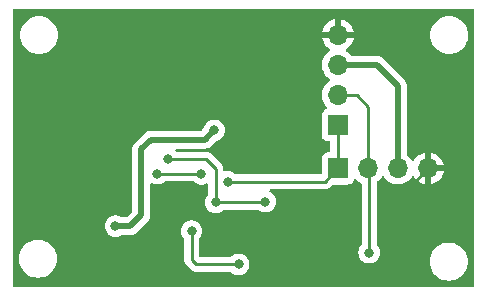
<source format=gbr>
%TF.GenerationSoftware,KiCad,Pcbnew,(5.99.0-11414-g76a6177eb7)*%
%TF.CreationDate,2021-11-21T23:19:33+08:00*%
%TF.ProjectId,trackpoint,74726163-6b70-46f6-996e-742e6b696361,rev?*%
%TF.SameCoordinates,Original*%
%TF.FileFunction,Copper,L2,Bot*%
%TF.FilePolarity,Positive*%
%FSLAX46Y46*%
G04 Gerber Fmt 4.6, Leading zero omitted, Abs format (unit mm)*
G04 Created by KiCad (PCBNEW (5.99.0-11414-g76a6177eb7)) date 2021-11-21 23:19:33*
%MOMM*%
%LPD*%
G01*
G04 APERTURE LIST*
%TA.AperFunction,ComponentPad*%
%ADD10R,1.700000X1.700000*%
%TD*%
%TA.AperFunction,ComponentPad*%
%ADD11O,1.700000X1.700000*%
%TD*%
%TA.AperFunction,ViaPad*%
%ADD12C,0.800000*%
%TD*%
%TA.AperFunction,Conductor*%
%ADD13C,0.250000*%
%TD*%
%TA.AperFunction,Conductor*%
%ADD14C,0.500000*%
%TD*%
G04 APERTURE END LIST*
D10*
%TO.P,J3,1,Pin_1*%
%TO.N,D2*%
X125270000Y-78100000D03*
D11*
%TO.P,J3,2,Pin_2*%
%TO.N,D5*%
X125270000Y-75560000D03*
%TO.P,J3,3,Pin_3*%
%TO.N,PWR*%
X125270000Y-73020000D03*
%TO.P,J3,4,Pin_4*%
%TO.N,GND*%
X125270000Y-70480000D03*
%TD*%
D10*
%TO.P,J2,1,Pin_1*%
%TO.N,D2*%
X125270000Y-81770000D03*
D11*
%TO.P,J2,2,Pin_2*%
%TO.N,D5*%
X127810000Y-81770000D03*
%TO.P,J2,3,Pin_3*%
%TO.N,PWR*%
X130350000Y-81770000D03*
%TO.P,J2,4,Pin_4*%
%TO.N,GND*%
X132890000Y-81770000D03*
%TD*%
D12*
%TO.N,D5*%
X116870000Y-89890000D03*
X112880000Y-87080000D03*
X127910000Y-88900000D03*
%TO.N,D2*%
X115970000Y-82900000D03*
X109990000Y-82210000D03*
X113710000Y-82230000D03*
%TO.N,PWR*%
X106430000Y-86650000D03*
X114800000Y-78540000D03*
%TO.N,GND*%
X116890000Y-87770000D03*
%TO.N,RST*%
X119130000Y-84582500D03*
X114920000Y-84650000D03*
X110910000Y-80980000D03*
%TD*%
D13*
%TO.N,GND*%
X128810000Y-70400000D02*
X125350000Y-70400000D01*
X132890000Y-74480000D02*
X128810000Y-70400000D01*
X125350000Y-70400000D02*
X125270000Y-70480000D01*
X132890000Y-81770000D02*
X132890000Y-74480000D01*
D14*
%TO.N,PWR*%
X130350000Y-74820000D02*
X128550000Y-73020000D01*
X128550000Y-73020000D02*
X125270000Y-73020000D01*
X130350000Y-81770000D02*
X130350000Y-74820000D01*
D13*
%TO.N,D5*%
X126850000Y-75560000D02*
X125270000Y-75560000D01*
X127820000Y-76530000D02*
X126850000Y-75560000D01*
X127820000Y-81760000D02*
X127820000Y-76530000D01*
X127810000Y-81770000D02*
X127820000Y-81760000D01*
%TO.N,D2*%
X125270000Y-81770000D02*
X125270000Y-78100000D01*
%TO.N,D5*%
X127910000Y-81870000D02*
X127810000Y-81770000D01*
X127910000Y-88900000D02*
X127910000Y-81870000D01*
X112880000Y-87080000D02*
X112880000Y-89490000D01*
X113280000Y-89890000D02*
X116870000Y-89890000D01*
X112880000Y-89490000D02*
X113280000Y-89890000D01*
%TO.N,D2*%
X124140000Y-82900000D02*
X125270000Y-81770000D01*
X115970000Y-82900000D02*
X124140000Y-82900000D01*
X113690000Y-82210000D02*
X113710000Y-82230000D01*
X109990000Y-82210000D02*
X113690000Y-82210000D01*
D14*
%TO.N,PWR*%
X107680000Y-86650000D02*
X106430000Y-86650000D01*
X108610000Y-85720000D02*
X107680000Y-86650000D01*
X108610000Y-80170000D02*
X108610000Y-85720000D01*
X114010000Y-79330000D02*
X109450000Y-79330000D01*
X114800000Y-78540000D02*
X114010000Y-79330000D01*
X109450000Y-79330000D02*
X108610000Y-80170000D01*
D13*
%TO.N,GND*%
X131840000Y-88620000D02*
X131840000Y-82820000D01*
X130140000Y-90320000D02*
X131840000Y-88620000D01*
X119440000Y-90320000D02*
X130140000Y-90320000D01*
X116890000Y-87770000D02*
X119440000Y-90320000D01*
X131840000Y-82820000D02*
X132890000Y-81770000D01*
%TO.N,RST*%
X119062500Y-84650000D02*
X119130000Y-84582500D01*
X114920000Y-84650000D02*
X119062500Y-84650000D01*
X114920000Y-81800000D02*
X114920000Y-84650000D01*
X110910000Y-80980000D02*
X114100000Y-80980000D01*
X114100000Y-80980000D02*
X114920000Y-81800000D01*
%TD*%
%TA.AperFunction,Conductor*%
%TO.N,GND*%
G36*
X136774121Y-68278002D02*
G01*
X136820614Y-68331658D01*
X136832000Y-68384000D01*
X136832000Y-91726000D01*
X136811998Y-91794121D01*
X136758342Y-91840614D01*
X136706000Y-91852000D01*
X97894000Y-91852000D01*
X97825879Y-91831998D01*
X97779386Y-91778342D01*
X97768000Y-91726000D01*
X97768000Y-89410000D01*
X98256526Y-89410000D01*
X98276391Y-89662403D01*
X98277545Y-89667210D01*
X98277546Y-89667216D01*
X98302262Y-89770166D01*
X98335495Y-89908591D01*
X98337388Y-89913162D01*
X98337389Y-89913164D01*
X98403747Y-90073365D01*
X98432384Y-90142502D01*
X98564672Y-90358376D01*
X98729102Y-90550898D01*
X98921624Y-90715328D01*
X99137498Y-90847616D01*
X99142068Y-90849509D01*
X99142072Y-90849511D01*
X99366836Y-90942611D01*
X99371409Y-90944505D01*
X99444769Y-90962117D01*
X99612784Y-91002454D01*
X99612790Y-91002455D01*
X99617597Y-91003609D01*
X99870000Y-91023474D01*
X100122403Y-91003609D01*
X100127210Y-91002455D01*
X100127216Y-91002454D01*
X100295231Y-90962117D01*
X100368591Y-90944505D01*
X100373164Y-90942611D01*
X100597928Y-90849511D01*
X100597932Y-90849509D01*
X100602502Y-90847616D01*
X100818376Y-90715328D01*
X101010898Y-90550898D01*
X101175328Y-90358376D01*
X101307616Y-90142502D01*
X101336254Y-90073365D01*
X101402611Y-89913164D01*
X101402612Y-89913162D01*
X101404505Y-89908591D01*
X101437738Y-89770166D01*
X101462454Y-89667216D01*
X101462455Y-89667210D01*
X101463609Y-89662403D01*
X101483474Y-89410000D01*
X101463609Y-89157597D01*
X101448871Y-89096206D01*
X101409466Y-88932072D01*
X101404505Y-88911409D01*
X101323497Y-88715838D01*
X101309511Y-88682072D01*
X101309509Y-88682068D01*
X101307616Y-88677498D01*
X101175328Y-88461624D01*
X101010898Y-88269102D01*
X100818376Y-88104672D01*
X100602502Y-87972384D01*
X100597932Y-87970491D01*
X100597928Y-87970489D01*
X100373164Y-87877389D01*
X100373162Y-87877388D01*
X100368591Y-87875495D01*
X100283968Y-87855179D01*
X100127216Y-87817546D01*
X100127210Y-87817545D01*
X100122403Y-87816391D01*
X99870000Y-87796526D01*
X99617597Y-87816391D01*
X99612790Y-87817545D01*
X99612784Y-87817546D01*
X99456032Y-87855179D01*
X99371409Y-87875495D01*
X99366838Y-87877388D01*
X99366836Y-87877389D01*
X99142072Y-87970489D01*
X99142068Y-87970491D01*
X99137498Y-87972384D01*
X98921624Y-88104672D01*
X98729102Y-88269102D01*
X98564672Y-88461624D01*
X98432384Y-88677498D01*
X98430491Y-88682068D01*
X98430489Y-88682072D01*
X98416503Y-88715838D01*
X98335495Y-88911409D01*
X98330534Y-88932072D01*
X98291130Y-89096206D01*
X98276391Y-89157597D01*
X98256526Y-89410000D01*
X97768000Y-89410000D01*
X97768000Y-86650000D01*
X105516496Y-86650000D01*
X105536458Y-86839928D01*
X105595473Y-87021556D01*
X105690960Y-87186944D01*
X105695378Y-87191851D01*
X105695379Y-87191852D01*
X105786286Y-87292814D01*
X105818747Y-87328866D01*
X105871025Y-87366848D01*
X105967904Y-87437235D01*
X105973248Y-87441118D01*
X105979276Y-87443802D01*
X105979278Y-87443803D01*
X105996692Y-87451556D01*
X106147712Y-87518794D01*
X106241112Y-87538647D01*
X106328056Y-87557128D01*
X106328061Y-87557128D01*
X106334513Y-87558500D01*
X106525487Y-87558500D01*
X106531939Y-87557128D01*
X106531944Y-87557128D01*
X106618888Y-87538647D01*
X106712288Y-87518794D01*
X106863308Y-87451556D01*
X106880722Y-87443803D01*
X106880724Y-87443802D01*
X106886752Y-87441118D01*
X106892091Y-87437239D01*
X106892098Y-87437235D01*
X106898528Y-87432563D01*
X106972587Y-87408500D01*
X107612930Y-87408500D01*
X107631880Y-87409933D01*
X107646115Y-87412099D01*
X107646119Y-87412099D01*
X107653349Y-87413199D01*
X107660641Y-87412606D01*
X107660644Y-87412606D01*
X107706018Y-87408915D01*
X107716233Y-87408500D01*
X107724293Y-87408500D01*
X107737583Y-87406951D01*
X107752507Y-87405211D01*
X107756882Y-87404778D01*
X107822339Y-87399454D01*
X107822342Y-87399453D01*
X107829637Y-87398860D01*
X107836601Y-87396604D01*
X107842560Y-87395413D01*
X107848415Y-87394029D01*
X107855681Y-87393182D01*
X107924327Y-87368265D01*
X107928455Y-87366848D01*
X107990936Y-87346607D01*
X107990938Y-87346606D01*
X107997899Y-87344351D01*
X108004154Y-87340555D01*
X108009628Y-87338049D01*
X108015058Y-87335330D01*
X108021937Y-87332833D01*
X108082976Y-87292814D01*
X108086680Y-87290477D01*
X108149107Y-87252595D01*
X108157484Y-87245197D01*
X108157508Y-87245224D01*
X108160500Y-87242571D01*
X108163733Y-87239868D01*
X108169852Y-87235856D01*
X108223128Y-87179617D01*
X108225506Y-87177175D01*
X108322681Y-87080000D01*
X111966496Y-87080000D01*
X111967186Y-87086565D01*
X111984246Y-87248878D01*
X111986458Y-87269928D01*
X112045473Y-87451556D01*
X112140960Y-87616944D01*
X112214137Y-87698215D01*
X112244853Y-87762221D01*
X112246500Y-87782524D01*
X112246500Y-89411233D01*
X112245973Y-89422416D01*
X112244298Y-89429909D01*
X112244547Y-89437835D01*
X112244547Y-89437836D01*
X112246438Y-89497986D01*
X112246500Y-89501945D01*
X112246500Y-89529856D01*
X112246997Y-89533790D01*
X112246997Y-89533791D01*
X112247005Y-89533856D01*
X112247938Y-89545693D01*
X112249327Y-89589889D01*
X112254978Y-89609339D01*
X112258987Y-89628700D01*
X112261526Y-89648797D01*
X112264445Y-89656168D01*
X112264445Y-89656170D01*
X112277804Y-89689912D01*
X112281649Y-89701142D01*
X112293982Y-89743593D01*
X112298015Y-89750412D01*
X112298017Y-89750417D01*
X112304293Y-89761028D01*
X112312988Y-89778776D01*
X112320448Y-89797617D01*
X112325110Y-89804033D01*
X112325110Y-89804034D01*
X112346436Y-89833387D01*
X112352952Y-89843307D01*
X112375458Y-89881362D01*
X112389779Y-89895683D01*
X112402619Y-89910716D01*
X112414528Y-89927107D01*
X112420634Y-89932158D01*
X112448605Y-89955298D01*
X112457384Y-89963288D01*
X112776343Y-90282247D01*
X112783887Y-90290537D01*
X112788000Y-90297018D01*
X112793777Y-90302443D01*
X112837667Y-90343658D01*
X112840509Y-90346413D01*
X112860230Y-90366134D01*
X112863425Y-90368612D01*
X112872447Y-90376318D01*
X112904679Y-90406586D01*
X112911628Y-90410406D01*
X112922432Y-90416346D01*
X112938956Y-90427199D01*
X112954959Y-90439613D01*
X112995543Y-90457176D01*
X113006173Y-90462383D01*
X113044940Y-90483695D01*
X113052617Y-90485666D01*
X113052622Y-90485668D01*
X113064558Y-90488732D01*
X113083266Y-90495137D01*
X113101855Y-90503181D01*
X113109680Y-90504420D01*
X113109682Y-90504421D01*
X113145519Y-90510097D01*
X113157140Y-90512504D01*
X113192289Y-90521528D01*
X113199970Y-90523500D01*
X113220231Y-90523500D01*
X113239940Y-90525051D01*
X113259943Y-90528219D01*
X113267835Y-90527473D01*
X113273062Y-90526979D01*
X113303954Y-90524059D01*
X113315811Y-90523500D01*
X116161800Y-90523500D01*
X116229921Y-90543502D01*
X116249147Y-90559843D01*
X116249420Y-90559540D01*
X116254332Y-90563963D01*
X116258747Y-90568866D01*
X116413248Y-90681118D01*
X116419276Y-90683802D01*
X116419278Y-90683803D01*
X116581681Y-90756109D01*
X116587712Y-90758794D01*
X116681113Y-90778647D01*
X116768056Y-90797128D01*
X116768061Y-90797128D01*
X116774513Y-90798500D01*
X116965487Y-90798500D01*
X116971939Y-90797128D01*
X116971944Y-90797128D01*
X117058887Y-90778647D01*
X117152288Y-90758794D01*
X117158319Y-90756109D01*
X117320722Y-90683803D01*
X117320724Y-90683802D01*
X117326752Y-90681118D01*
X117481253Y-90568866D01*
X117494543Y-90554106D01*
X117604621Y-90431852D01*
X117604622Y-90431851D01*
X117609040Y-90426944D01*
X117684053Y-90297018D01*
X117701223Y-90267279D01*
X117701224Y-90267278D01*
X117704527Y-90261556D01*
X117763542Y-90079928D01*
X117783504Y-89890000D01*
X117769949Y-89761028D01*
X117764232Y-89706635D01*
X117764232Y-89706633D01*
X117763542Y-89700072D01*
X117704527Y-89518444D01*
X117609040Y-89353056D01*
X117481253Y-89211134D01*
X117326752Y-89098882D01*
X117320724Y-89096198D01*
X117320722Y-89096197D01*
X117158319Y-89023891D01*
X117158318Y-89023891D01*
X117152288Y-89021206D01*
X117058888Y-89001353D01*
X116971944Y-88982872D01*
X116971939Y-88982872D01*
X116965487Y-88981500D01*
X116774513Y-88981500D01*
X116768061Y-88982872D01*
X116768056Y-88982872D01*
X116681112Y-89001353D01*
X116587712Y-89021206D01*
X116581682Y-89023891D01*
X116581681Y-89023891D01*
X116419278Y-89096197D01*
X116419276Y-89096198D01*
X116413248Y-89098882D01*
X116407907Y-89102762D01*
X116407906Y-89102763D01*
X116333481Y-89156836D01*
X116258747Y-89211134D01*
X116254332Y-89216037D01*
X116249420Y-89220460D01*
X116248295Y-89219211D01*
X116194986Y-89252051D01*
X116161800Y-89256500D01*
X113639500Y-89256500D01*
X113571379Y-89236498D01*
X113524886Y-89182842D01*
X113513500Y-89130500D01*
X113513500Y-87782524D01*
X113533502Y-87714403D01*
X113545858Y-87698221D01*
X113619040Y-87616944D01*
X113714527Y-87451556D01*
X113773542Y-87269928D01*
X113775755Y-87248878D01*
X113792814Y-87086565D01*
X113793504Y-87080000D01*
X113773542Y-86890072D01*
X113714527Y-86708444D01*
X113619040Y-86543056D01*
X113491253Y-86401134D01*
X113392157Y-86329136D01*
X113342094Y-86292763D01*
X113342093Y-86292762D01*
X113336752Y-86288882D01*
X113330724Y-86286198D01*
X113330722Y-86286197D01*
X113168319Y-86213891D01*
X113168318Y-86213891D01*
X113162288Y-86211206D01*
X113068887Y-86191353D01*
X112981944Y-86172872D01*
X112981939Y-86172872D01*
X112975487Y-86171500D01*
X112784513Y-86171500D01*
X112778061Y-86172872D01*
X112778056Y-86172872D01*
X112691113Y-86191353D01*
X112597712Y-86211206D01*
X112591682Y-86213891D01*
X112591681Y-86213891D01*
X112429278Y-86286197D01*
X112429276Y-86286198D01*
X112423248Y-86288882D01*
X112417907Y-86292762D01*
X112417906Y-86292763D01*
X112367843Y-86329136D01*
X112268747Y-86401134D01*
X112140960Y-86543056D01*
X112045473Y-86708444D01*
X111986458Y-86890072D01*
X111966496Y-87080000D01*
X108322681Y-87080000D01*
X109098911Y-86303770D01*
X109113323Y-86291384D01*
X109124918Y-86282851D01*
X109124923Y-86282846D01*
X109130818Y-86278508D01*
X109135557Y-86272930D01*
X109135560Y-86272927D01*
X109165035Y-86238232D01*
X109171965Y-86230716D01*
X109177661Y-86225020D01*
X109179924Y-86222159D01*
X109179929Y-86222154D01*
X109195285Y-86202744D01*
X109198074Y-86199342D01*
X109240596Y-86149291D01*
X109240597Y-86149290D01*
X109245333Y-86143715D01*
X109248661Y-86137198D01*
X109252027Y-86132150D01*
X109255190Y-86127028D01*
X109259735Y-86121284D01*
X109290664Y-86055105D01*
X109292563Y-86051221D01*
X109325769Y-85986192D01*
X109327510Y-85979077D01*
X109329613Y-85973422D01*
X109331522Y-85967683D01*
X109334622Y-85961050D01*
X109349491Y-85889565D01*
X109350461Y-85885282D01*
X109367808Y-85814390D01*
X109368500Y-85803236D01*
X109368535Y-85803238D01*
X109368775Y-85799266D01*
X109369152Y-85795045D01*
X109370641Y-85787885D01*
X109368546Y-85710458D01*
X109368500Y-85707050D01*
X109368500Y-83121791D01*
X109388502Y-83053670D01*
X109442158Y-83007177D01*
X109512432Y-82997073D01*
X109545748Y-83006684D01*
X109701677Y-83076108D01*
X109701685Y-83076111D01*
X109707712Y-83078794D01*
X109801113Y-83098647D01*
X109888056Y-83117128D01*
X109888061Y-83117128D01*
X109894513Y-83118500D01*
X110085487Y-83118500D01*
X110091939Y-83117128D01*
X110091944Y-83117128D01*
X110178887Y-83098647D01*
X110272288Y-83078794D01*
X110278321Y-83076108D01*
X110440722Y-83003803D01*
X110440724Y-83003802D01*
X110446752Y-83001118D01*
X110452320Y-82997073D01*
X110595914Y-82892745D01*
X110601253Y-82888866D01*
X110605668Y-82883963D01*
X110610580Y-82879540D01*
X110611705Y-82880789D01*
X110665014Y-82847949D01*
X110698200Y-82843500D01*
X112983792Y-82843500D01*
X113051913Y-82863502D01*
X113077428Y-82885189D01*
X113084232Y-82892745D01*
X113098747Y-82908866D01*
X113104086Y-82912745D01*
X113226164Y-83001440D01*
X113253248Y-83021118D01*
X113259276Y-83023802D01*
X113259278Y-83023803D01*
X113421681Y-83096109D01*
X113427712Y-83098794D01*
X113513966Y-83117128D01*
X113608056Y-83137128D01*
X113608061Y-83137128D01*
X113614513Y-83138500D01*
X113805487Y-83138500D01*
X113811939Y-83137128D01*
X113811944Y-83137128D01*
X113906034Y-83117128D01*
X113992288Y-83098794D01*
X114012393Y-83089843D01*
X114109251Y-83046719D01*
X114179618Y-83037285D01*
X114243915Y-83067392D01*
X114281729Y-83127480D01*
X114286500Y-83161826D01*
X114286500Y-83947476D01*
X114266498Y-84015597D01*
X114254142Y-84031779D01*
X114180960Y-84113056D01*
X114085473Y-84278444D01*
X114026458Y-84460072D01*
X114006496Y-84650000D01*
X114007186Y-84656565D01*
X114019364Y-84772428D01*
X114026458Y-84839928D01*
X114085473Y-85021556D01*
X114180960Y-85186944D01*
X114185378Y-85191851D01*
X114185379Y-85191852D01*
X114300350Y-85319540D01*
X114308747Y-85328866D01*
X114463248Y-85441118D01*
X114469276Y-85443802D01*
X114469278Y-85443803D01*
X114575285Y-85491000D01*
X114637712Y-85518794D01*
X114731112Y-85538647D01*
X114818056Y-85557128D01*
X114818061Y-85557128D01*
X114824513Y-85558500D01*
X115015487Y-85558500D01*
X115021939Y-85557128D01*
X115021944Y-85557128D01*
X115108888Y-85538647D01*
X115202288Y-85518794D01*
X115264715Y-85491000D01*
X115370722Y-85443803D01*
X115370724Y-85443802D01*
X115376752Y-85441118D01*
X115531253Y-85328866D01*
X115535668Y-85323963D01*
X115540580Y-85319540D01*
X115541705Y-85320789D01*
X115595014Y-85287949D01*
X115628200Y-85283500D01*
X118508272Y-85283500D01*
X118576393Y-85303502D01*
X118582333Y-85307564D01*
X118645736Y-85353629D01*
X118673248Y-85373618D01*
X118679276Y-85376302D01*
X118679278Y-85376303D01*
X118841681Y-85448609D01*
X118847712Y-85451294D01*
X118941112Y-85471147D01*
X119028056Y-85489628D01*
X119028061Y-85489628D01*
X119034513Y-85491000D01*
X119225487Y-85491000D01*
X119231939Y-85489628D01*
X119231944Y-85489628D01*
X119318888Y-85471147D01*
X119412288Y-85451294D01*
X119418319Y-85448609D01*
X119580722Y-85376303D01*
X119580724Y-85376302D01*
X119586752Y-85373618D01*
X119614265Y-85353629D01*
X119655107Y-85323955D01*
X119741253Y-85261366D01*
X119869040Y-85119444D01*
X119964527Y-84954056D01*
X120023542Y-84772428D01*
X120043504Y-84582500D01*
X120031326Y-84466635D01*
X120024232Y-84399135D01*
X120024232Y-84399133D01*
X120023542Y-84392572D01*
X119964527Y-84210944D01*
X119869040Y-84045556D01*
X119856643Y-84031787D01*
X119745675Y-83908545D01*
X119745674Y-83908544D01*
X119741253Y-83903634D01*
X119586752Y-83791382D01*
X119580724Y-83788698D01*
X119580722Y-83788697D01*
X119549075Y-83774607D01*
X119494979Y-83728626D01*
X119474330Y-83660699D01*
X119493683Y-83592391D01*
X119546893Y-83545390D01*
X119600324Y-83533500D01*
X124061233Y-83533500D01*
X124072416Y-83534027D01*
X124079909Y-83535702D01*
X124087835Y-83535453D01*
X124087836Y-83535453D01*
X124147986Y-83533562D01*
X124151945Y-83533500D01*
X124179856Y-83533500D01*
X124183791Y-83533003D01*
X124183856Y-83532995D01*
X124195693Y-83532062D01*
X124227951Y-83531048D01*
X124231970Y-83530922D01*
X124239889Y-83530673D01*
X124259343Y-83525021D01*
X124278700Y-83521013D01*
X124290930Y-83519468D01*
X124290931Y-83519468D01*
X124298797Y-83518474D01*
X124306168Y-83515555D01*
X124306170Y-83515555D01*
X124339912Y-83502196D01*
X124351142Y-83498351D01*
X124385983Y-83488229D01*
X124385984Y-83488229D01*
X124393593Y-83486018D01*
X124400412Y-83481985D01*
X124400417Y-83481983D01*
X124411028Y-83475707D01*
X124428776Y-83467012D01*
X124447617Y-83459552D01*
X124483387Y-83433564D01*
X124493307Y-83427048D01*
X124524535Y-83408580D01*
X124524538Y-83408578D01*
X124531362Y-83404542D01*
X124545683Y-83390221D01*
X124560717Y-83377380D01*
X124570694Y-83370131D01*
X124577107Y-83365472D01*
X124605298Y-83331395D01*
X124613288Y-83322616D01*
X124765270Y-83170634D01*
X124827582Y-83136608D01*
X124854365Y-83133729D01*
X126120000Y-83133729D01*
X126156800Y-83131097D01*
X126186373Y-83128982D01*
X126186374Y-83128982D01*
X126193111Y-83128500D01*
X126272618Y-83105155D01*
X126324765Y-83089843D01*
X126324767Y-83089842D01*
X126333411Y-83087304D01*
X126372730Y-83062035D01*
X126448841Y-83013122D01*
X126448844Y-83013120D01*
X126456421Y-83008250D01*
X126539177Y-82912745D01*
X126546274Y-82904555D01*
X126546276Y-82904552D01*
X126552176Y-82897743D01*
X126612919Y-82764734D01*
X126613810Y-82758535D01*
X126651442Y-82699977D01*
X126716022Y-82670483D01*
X126786296Y-82680586D01*
X126829192Y-82712701D01*
X126856250Y-82743938D01*
X127028126Y-82886632D01*
X127214071Y-82995289D01*
X127262794Y-83046926D01*
X127276500Y-83104076D01*
X127276500Y-88197476D01*
X127256498Y-88265597D01*
X127244142Y-88281779D01*
X127170960Y-88363056D01*
X127167659Y-88368774D01*
X127080867Y-88519102D01*
X127075473Y-88528444D01*
X127016458Y-88710072D01*
X126996496Y-88900000D01*
X127016458Y-89089928D01*
X127075473Y-89271556D01*
X127170960Y-89436944D01*
X127298747Y-89578866D01*
X127453248Y-89691118D01*
X127459276Y-89693802D01*
X127459278Y-89693803D01*
X127571109Y-89743593D01*
X127627712Y-89768794D01*
X127721112Y-89788647D01*
X127808056Y-89807128D01*
X127808061Y-89807128D01*
X127814513Y-89808500D01*
X128005487Y-89808500D01*
X128011939Y-89807128D01*
X128011944Y-89807128D01*
X128098887Y-89788647D01*
X128192288Y-89768794D01*
X128248891Y-89743593D01*
X128360722Y-89693803D01*
X128360724Y-89693802D01*
X128366752Y-89691118D01*
X128409582Y-89660000D01*
X133036526Y-89660000D01*
X133056391Y-89912403D01*
X133057545Y-89917210D01*
X133057546Y-89917216D01*
X133066689Y-89955298D01*
X133115495Y-90158591D01*
X133117388Y-90163162D01*
X133117389Y-90163164D01*
X133199806Y-90362135D01*
X133212384Y-90392502D01*
X133344672Y-90608376D01*
X133509102Y-90800898D01*
X133701624Y-90965328D01*
X133917498Y-91097616D01*
X133922068Y-91099509D01*
X133922072Y-91099511D01*
X134146836Y-91192611D01*
X134151409Y-91194505D01*
X134236032Y-91214821D01*
X134392784Y-91252454D01*
X134392790Y-91252455D01*
X134397597Y-91253609D01*
X134650000Y-91273474D01*
X134902403Y-91253609D01*
X134907210Y-91252455D01*
X134907216Y-91252454D01*
X135063968Y-91214821D01*
X135148591Y-91194505D01*
X135153164Y-91192611D01*
X135377928Y-91099511D01*
X135377932Y-91099509D01*
X135382502Y-91097616D01*
X135598376Y-90965328D01*
X135790898Y-90800898D01*
X135955328Y-90608376D01*
X136087616Y-90392502D01*
X136100195Y-90362135D01*
X136182611Y-90163164D01*
X136182612Y-90163162D01*
X136184505Y-90158591D01*
X136233311Y-89955298D01*
X136242454Y-89917216D01*
X136242455Y-89917210D01*
X136243609Y-89912403D01*
X136263474Y-89660000D01*
X136243609Y-89407597D01*
X136184505Y-89161409D01*
X136182611Y-89156836D01*
X136089511Y-88932072D01*
X136089509Y-88932068D01*
X136087616Y-88927498D01*
X135955328Y-88711624D01*
X135790898Y-88519102D01*
X135598376Y-88354672D01*
X135382502Y-88222384D01*
X135377932Y-88220491D01*
X135377928Y-88220489D01*
X135153164Y-88127389D01*
X135153162Y-88127388D01*
X135148591Y-88125495D01*
X135051101Y-88102090D01*
X134907216Y-88067546D01*
X134907210Y-88067545D01*
X134902403Y-88066391D01*
X134650000Y-88046526D01*
X134397597Y-88066391D01*
X134392790Y-88067545D01*
X134392784Y-88067546D01*
X134248899Y-88102090D01*
X134151409Y-88125495D01*
X134146838Y-88127388D01*
X134146836Y-88127389D01*
X133922072Y-88220489D01*
X133922068Y-88220491D01*
X133917498Y-88222384D01*
X133701624Y-88354672D01*
X133509102Y-88519102D01*
X133344672Y-88711624D01*
X133212384Y-88927498D01*
X133210491Y-88932068D01*
X133210489Y-88932072D01*
X133117389Y-89156836D01*
X133115495Y-89161409D01*
X133056391Y-89407597D01*
X133036526Y-89660000D01*
X128409582Y-89660000D01*
X128521253Y-89578866D01*
X128649040Y-89436944D01*
X128744527Y-89271556D01*
X128803542Y-89089928D01*
X128823504Y-88900000D01*
X128803542Y-88710072D01*
X128744527Y-88528444D01*
X128739134Y-88519102D01*
X128652341Y-88368774D01*
X128649040Y-88363056D01*
X128575863Y-88281785D01*
X128545147Y-88217779D01*
X128543500Y-88197476D01*
X128543500Y-82980465D01*
X128563502Y-82912344D01*
X128596331Y-82877887D01*
X128685654Y-82814173D01*
X128689860Y-82811173D01*
X128848096Y-82653489D01*
X128978453Y-82472077D01*
X128979776Y-82473028D01*
X129026645Y-82429857D01*
X129096580Y-82417625D01*
X129162026Y-82445144D01*
X129189875Y-82476994D01*
X129249987Y-82575088D01*
X129396250Y-82743938D01*
X129568126Y-82886632D01*
X129761000Y-82999338D01*
X129765825Y-83001180D01*
X129765826Y-83001181D01*
X129807873Y-83017237D01*
X129969692Y-83079030D01*
X129974760Y-83080061D01*
X129974763Y-83080062D01*
X130069862Y-83099410D01*
X130188597Y-83123567D01*
X130193772Y-83123757D01*
X130193774Y-83123757D01*
X130406673Y-83131564D01*
X130406677Y-83131564D01*
X130411837Y-83131753D01*
X130416957Y-83131097D01*
X130416959Y-83131097D01*
X130628288Y-83104025D01*
X130628289Y-83104025D01*
X130633416Y-83103368D01*
X130638366Y-83101883D01*
X130842429Y-83040661D01*
X130842434Y-83040659D01*
X130847384Y-83039174D01*
X131047994Y-82940896D01*
X131229860Y-82811173D01*
X131388096Y-82653489D01*
X131518453Y-82472077D01*
X131519640Y-82472930D01*
X131566960Y-82429362D01*
X131636897Y-82417145D01*
X131702338Y-82444678D01*
X131730166Y-82476511D01*
X131787694Y-82570388D01*
X131793777Y-82578699D01*
X131933213Y-82739667D01*
X131940580Y-82746883D01*
X132104434Y-82882916D01*
X132112881Y-82888831D01*
X132296756Y-82996279D01*
X132306042Y-83000729D01*
X132505001Y-83076703D01*
X132514899Y-83079579D01*
X132618250Y-83100606D01*
X132632299Y-83099410D01*
X132636000Y-83089065D01*
X132636000Y-82037548D01*
X133144000Y-82037548D01*
X133144000Y-83088517D01*
X133148064Y-83102359D01*
X133161478Y-83104393D01*
X133168184Y-83103534D01*
X133178262Y-83101392D01*
X133382255Y-83040191D01*
X133391842Y-83036433D01*
X133583095Y-82942739D01*
X133591945Y-82937464D01*
X133765328Y-82813792D01*
X133773200Y-82807139D01*
X133924052Y-82656812D01*
X133930730Y-82648965D01*
X134055003Y-82476020D01*
X134060313Y-82467183D01*
X134154670Y-82276267D01*
X134158469Y-82266672D01*
X134220377Y-82062910D01*
X134222555Y-82052837D01*
X134223986Y-82041962D01*
X134221775Y-82027778D01*
X134208617Y-82024000D01*
X133162115Y-82024000D01*
X133146876Y-82028475D01*
X133145671Y-82029865D01*
X133144000Y-82037548D01*
X132636000Y-82037548D01*
X132636000Y-80454989D01*
X133144000Y-80454989D01*
X133144000Y-81497885D01*
X133148475Y-81513124D01*
X133149865Y-81514329D01*
X133157548Y-81516000D01*
X134208344Y-81516000D01*
X134221875Y-81512027D01*
X134223180Y-81502947D01*
X134181214Y-81335875D01*
X134177894Y-81326124D01*
X134092972Y-81130814D01*
X134088105Y-81121739D01*
X133972426Y-80942926D01*
X133966136Y-80934757D01*
X133822806Y-80777240D01*
X133815273Y-80770215D01*
X133648139Y-80638222D01*
X133639552Y-80632517D01*
X133453117Y-80529599D01*
X133443705Y-80525369D01*
X133242959Y-80454280D01*
X133232988Y-80451646D01*
X133161837Y-80438972D01*
X133148540Y-80440432D01*
X133144000Y-80454989D01*
X132636000Y-80454989D01*
X132636000Y-80453102D01*
X132632082Y-80439758D01*
X132617806Y-80437771D01*
X132579324Y-80443660D01*
X132569288Y-80446051D01*
X132366868Y-80512212D01*
X132357359Y-80516209D01*
X132168463Y-80614542D01*
X132159738Y-80620036D01*
X131989433Y-80747905D01*
X131981726Y-80754748D01*
X131834590Y-80908717D01*
X131828109Y-80916722D01*
X131723498Y-81070074D01*
X131668587Y-81115076D01*
X131598062Y-81123247D01*
X131534315Y-81091993D01*
X131513618Y-81067509D01*
X131432822Y-80942617D01*
X131432820Y-80942614D01*
X131430014Y-80938277D01*
X131279670Y-80773051D01*
X131275615Y-80769848D01*
X131156407Y-80675703D01*
X131115345Y-80617785D01*
X131108500Y-80576821D01*
X131108500Y-74887063D01*
X131109933Y-74868114D01*
X131112097Y-74853886D01*
X131113198Y-74846651D01*
X131108915Y-74793990D01*
X131108500Y-74783777D01*
X131108500Y-74775707D01*
X131108078Y-74772087D01*
X131108077Y-74772069D01*
X131105208Y-74747461D01*
X131104775Y-74743086D01*
X131099454Y-74677661D01*
X131099453Y-74677658D01*
X131098860Y-74670363D01*
X131096604Y-74663399D01*
X131095413Y-74657440D01*
X131094029Y-74651585D01*
X131093182Y-74644319D01*
X131068265Y-74575673D01*
X131066848Y-74571545D01*
X131046607Y-74509064D01*
X131046606Y-74509062D01*
X131044351Y-74502101D01*
X131040555Y-74495846D01*
X131038049Y-74490372D01*
X131035330Y-74484942D01*
X131032833Y-74478063D01*
X130992809Y-74417016D01*
X130990472Y-74413312D01*
X130955509Y-74355693D01*
X130955505Y-74355688D01*
X130952595Y-74350892D01*
X130945197Y-74342516D01*
X130945223Y-74342493D01*
X130942574Y-74339503D01*
X130939866Y-74336264D01*
X130935856Y-74330148D01*
X130930549Y-74325121D01*
X130930546Y-74325117D01*
X130879617Y-74276872D01*
X130877175Y-74274494D01*
X129133770Y-72531089D01*
X129121384Y-72516677D01*
X129112851Y-72505082D01*
X129112846Y-72505077D01*
X129108508Y-72499182D01*
X129102930Y-72494443D01*
X129102927Y-72494440D01*
X129068232Y-72464965D01*
X129060716Y-72458035D01*
X129055021Y-72452340D01*
X129048880Y-72447482D01*
X129032749Y-72434719D01*
X129029345Y-72431928D01*
X128979297Y-72389409D01*
X128979295Y-72389408D01*
X128973715Y-72384667D01*
X128967199Y-72381339D01*
X128962150Y-72377972D01*
X128957021Y-72374805D01*
X128951284Y-72370266D01*
X128885125Y-72339345D01*
X128881225Y-72337439D01*
X128816192Y-72304231D01*
X128809084Y-72302492D01*
X128803441Y-72300393D01*
X128797678Y-72298476D01*
X128791050Y-72295378D01*
X128719583Y-72280513D01*
X128715299Y-72279543D01*
X128644390Y-72262192D01*
X128638788Y-72261844D01*
X128638785Y-72261844D01*
X128633236Y-72261500D01*
X128633238Y-72261464D01*
X128629245Y-72261225D01*
X128625053Y-72260851D01*
X128617885Y-72259360D01*
X128551675Y-72261151D01*
X128540479Y-72261454D01*
X128537072Y-72261500D01*
X126465939Y-72261500D01*
X126397818Y-72241498D01*
X126360147Y-72203941D01*
X126352818Y-72192612D01*
X126350014Y-72188277D01*
X126199670Y-72023051D01*
X126195619Y-72019852D01*
X126195615Y-72019848D01*
X126028414Y-71887800D01*
X126028410Y-71887798D01*
X126024359Y-71884598D01*
X125982569Y-71861529D01*
X125932598Y-71811097D01*
X125917826Y-71741654D01*
X125942942Y-71675248D01*
X125970294Y-71648641D01*
X126145328Y-71523792D01*
X126153200Y-71517139D01*
X126304052Y-71366812D01*
X126310730Y-71358965D01*
X126435003Y-71186020D01*
X126440313Y-71177183D01*
X126534670Y-70986267D01*
X126538469Y-70976672D01*
X126600377Y-70772910D01*
X126602555Y-70762837D01*
X126603986Y-70751962D01*
X126601775Y-70737778D01*
X126588617Y-70734000D01*
X123953225Y-70734000D01*
X123939694Y-70737973D01*
X123938257Y-70747966D01*
X123968565Y-70882446D01*
X123971645Y-70892275D01*
X124051770Y-71089603D01*
X124056413Y-71098794D01*
X124167694Y-71280388D01*
X124173777Y-71288699D01*
X124313213Y-71449667D01*
X124320580Y-71456883D01*
X124484434Y-71592916D01*
X124492881Y-71598831D01*
X124561969Y-71639203D01*
X124610693Y-71690842D01*
X124623764Y-71760625D01*
X124597033Y-71826396D01*
X124556584Y-71859752D01*
X124543607Y-71866507D01*
X124539474Y-71869610D01*
X124539471Y-71869612D01*
X124515247Y-71887800D01*
X124364965Y-72000635D01*
X124210629Y-72162138D01*
X124084743Y-72346680D01*
X124073795Y-72370266D01*
X123999144Y-72531089D01*
X123990688Y-72549305D01*
X123930989Y-72764570D01*
X123907251Y-72986695D01*
X123920110Y-73209715D01*
X123921247Y-73214761D01*
X123921248Y-73214767D01*
X123945304Y-73321508D01*
X123969222Y-73427639D01*
X124053266Y-73634616D01*
X124169987Y-73825088D01*
X124316250Y-73993938D01*
X124488126Y-74136632D01*
X124558595Y-74177811D01*
X124561445Y-74179476D01*
X124610169Y-74231114D01*
X124623240Y-74300897D01*
X124596509Y-74366669D01*
X124556055Y-74400027D01*
X124543607Y-74406507D01*
X124539474Y-74409610D01*
X124539471Y-74409612D01*
X124369100Y-74537530D01*
X124364965Y-74540635D01*
X124210629Y-74702138D01*
X124084743Y-74886680D01*
X124046011Y-74970121D01*
X124009471Y-75048841D01*
X123990688Y-75089305D01*
X123930989Y-75304570D01*
X123907251Y-75526695D01*
X123920110Y-75749715D01*
X123921247Y-75754761D01*
X123921248Y-75754767D01*
X123945304Y-75861508D01*
X123969222Y-75967639D01*
X124008639Y-76064712D01*
X124038657Y-76138637D01*
X124053266Y-76174616D01*
X124082538Y-76222383D01*
X124148545Y-76330097D01*
X124169987Y-76365088D01*
X124316250Y-76533938D01*
X124326860Y-76542747D01*
X124366497Y-76601645D01*
X124367999Y-76672626D01*
X124330887Y-76733151D01*
X124281878Y-76760589D01*
X124206589Y-76782696D01*
X124199010Y-76787567D01*
X124091159Y-76856878D01*
X124091156Y-76856880D01*
X124083579Y-76861750D01*
X124077678Y-76868560D01*
X123993726Y-76965445D01*
X123993724Y-76965448D01*
X123987824Y-76972257D01*
X123927081Y-77105266D01*
X123906271Y-77250000D01*
X123906271Y-78950000D01*
X123911500Y-79023111D01*
X123952696Y-79163411D01*
X123957567Y-79170990D01*
X124026878Y-79278841D01*
X124026880Y-79278844D01*
X124031750Y-79286421D01*
X124038560Y-79292322D01*
X124135445Y-79376274D01*
X124135448Y-79376276D01*
X124142257Y-79382176D01*
X124275266Y-79442919D01*
X124420000Y-79463729D01*
X124510500Y-79463729D01*
X124578621Y-79483731D01*
X124625114Y-79537387D01*
X124636500Y-79589729D01*
X124636500Y-80280271D01*
X124616498Y-80348392D01*
X124562842Y-80394885D01*
X124510500Y-80406271D01*
X124420000Y-80406271D01*
X124388014Y-80408559D01*
X124353627Y-80411018D01*
X124353626Y-80411018D01*
X124346889Y-80411500D01*
X124267382Y-80434845D01*
X124215235Y-80450157D01*
X124215233Y-80450158D01*
X124206589Y-80452696D01*
X124199010Y-80457567D01*
X124091159Y-80526878D01*
X124091156Y-80526880D01*
X124083579Y-80531750D01*
X124077678Y-80538560D01*
X123993726Y-80635445D01*
X123993724Y-80635448D01*
X123987824Y-80642257D01*
X123927081Y-80775266D01*
X123906271Y-80920000D01*
X123906271Y-82140500D01*
X123886269Y-82208621D01*
X123832613Y-82255114D01*
X123780271Y-82266500D01*
X116678200Y-82266500D01*
X116610079Y-82246498D01*
X116590853Y-82230157D01*
X116590580Y-82230460D01*
X116585668Y-82226037D01*
X116581253Y-82221134D01*
X116426752Y-82108882D01*
X116420724Y-82106198D01*
X116420722Y-82106197D01*
X116258319Y-82033891D01*
X116258318Y-82033891D01*
X116252288Y-82031206D01*
X116158888Y-82011353D01*
X116071944Y-81992872D01*
X116071939Y-81992872D01*
X116065487Y-81991500D01*
X115874513Y-81991500D01*
X115868061Y-81992872D01*
X115868056Y-81992872D01*
X115705697Y-82027383D01*
X115634906Y-82021981D01*
X115578274Y-81979164D01*
X115553780Y-81912526D01*
X115553500Y-81904136D01*
X115553500Y-81878767D01*
X115554027Y-81867584D01*
X115555702Y-81860091D01*
X115553562Y-81792014D01*
X115553500Y-81788055D01*
X115553500Y-81760144D01*
X115552995Y-81756144D01*
X115552062Y-81744301D01*
X115550922Y-81708029D01*
X115550673Y-81700110D01*
X115545022Y-81680658D01*
X115541014Y-81661306D01*
X115539467Y-81649063D01*
X115538474Y-81641203D01*
X115535556Y-81633832D01*
X115522200Y-81600097D01*
X115518355Y-81588870D01*
X115517721Y-81586687D01*
X115506018Y-81546407D01*
X115496986Y-81531134D01*
X115495707Y-81528972D01*
X115487012Y-81511224D01*
X115479552Y-81492383D01*
X115453564Y-81456613D01*
X115447048Y-81446693D01*
X115428580Y-81415465D01*
X115428578Y-81415462D01*
X115424542Y-81408638D01*
X115410221Y-81394317D01*
X115397380Y-81379283D01*
X115390131Y-81369306D01*
X115385472Y-81362893D01*
X115379367Y-81357842D01*
X115379362Y-81357837D01*
X115351396Y-81334701D01*
X115342618Y-81326713D01*
X114603652Y-80587747D01*
X114596112Y-80579461D01*
X114592000Y-80572982D01*
X114572433Y-80554607D01*
X114542349Y-80526357D01*
X114539507Y-80523602D01*
X114519770Y-80503865D01*
X114516573Y-80501385D01*
X114507551Y-80493680D01*
X114481100Y-80468841D01*
X114475321Y-80463414D01*
X114468375Y-80459595D01*
X114468372Y-80459593D01*
X114457566Y-80453652D01*
X114441047Y-80442801D01*
X114434562Y-80437771D01*
X114425041Y-80430386D01*
X114417772Y-80427241D01*
X114417768Y-80427238D01*
X114384463Y-80412826D01*
X114373813Y-80407609D01*
X114335060Y-80386305D01*
X114315437Y-80381267D01*
X114296734Y-80374863D01*
X114285420Y-80369967D01*
X114285419Y-80369967D01*
X114278145Y-80366819D01*
X114270322Y-80365580D01*
X114270312Y-80365577D01*
X114234476Y-80359901D01*
X114222856Y-80357495D01*
X114187711Y-80348472D01*
X114187710Y-80348472D01*
X114180030Y-80346500D01*
X114159776Y-80346500D01*
X114140065Y-80344949D01*
X114127886Y-80343020D01*
X114120057Y-80341780D01*
X114112165Y-80342526D01*
X114076039Y-80345941D01*
X114064181Y-80346500D01*
X111618200Y-80346500D01*
X111550079Y-80326498D01*
X111530852Y-80310156D01*
X111530579Y-80310460D01*
X111527999Y-80308137D01*
X111527474Y-80307284D01*
X111524566Y-80304813D01*
X111521255Y-80301136D01*
X111522818Y-80299728D01*
X111490759Y-80247691D01*
X111492110Y-80176708D01*
X111531624Y-80117723D01*
X111596754Y-80089464D01*
X111612309Y-80088500D01*
X113942930Y-80088500D01*
X113961880Y-80089933D01*
X113976115Y-80092099D01*
X113976119Y-80092099D01*
X113983349Y-80093199D01*
X113990641Y-80092606D01*
X113990644Y-80092606D01*
X114036018Y-80088915D01*
X114046233Y-80088500D01*
X114054293Y-80088500D01*
X114069201Y-80086762D01*
X114082507Y-80085211D01*
X114086882Y-80084778D01*
X114152339Y-80079454D01*
X114152342Y-80079453D01*
X114159637Y-80078860D01*
X114166601Y-80076604D01*
X114172560Y-80075413D01*
X114178415Y-80074029D01*
X114185681Y-80073182D01*
X114254327Y-80048265D01*
X114258455Y-80046848D01*
X114320936Y-80026607D01*
X114320938Y-80026606D01*
X114327899Y-80024351D01*
X114334154Y-80020555D01*
X114339628Y-80018049D01*
X114345058Y-80015330D01*
X114351937Y-80012833D01*
X114412976Y-79972814D01*
X114416680Y-79970477D01*
X114479107Y-79932595D01*
X114487484Y-79925197D01*
X114487508Y-79925224D01*
X114490500Y-79922571D01*
X114493733Y-79919868D01*
X114499852Y-79915856D01*
X114553128Y-79859617D01*
X114555506Y-79857175D01*
X114956331Y-79456350D01*
X115019228Y-79422199D01*
X115075824Y-79410169D01*
X115075833Y-79410166D01*
X115082288Y-79408794D01*
X115088319Y-79406109D01*
X115250722Y-79333803D01*
X115250724Y-79333802D01*
X115256752Y-79331118D01*
X115411253Y-79218866D01*
X115539040Y-79076944D01*
X115634527Y-78911556D01*
X115693542Y-78729928D01*
X115702241Y-78647167D01*
X115712814Y-78546565D01*
X115713504Y-78540000D01*
X115693542Y-78350072D01*
X115634527Y-78168444D01*
X115539040Y-78003056D01*
X115411253Y-77861134D01*
X115256752Y-77748882D01*
X115250724Y-77746198D01*
X115250722Y-77746197D01*
X115088319Y-77673891D01*
X115088318Y-77673891D01*
X115082288Y-77671206D01*
X114988887Y-77651353D01*
X114901944Y-77632872D01*
X114901939Y-77632872D01*
X114895487Y-77631500D01*
X114704513Y-77631500D01*
X114698061Y-77632872D01*
X114698056Y-77632872D01*
X114611113Y-77651353D01*
X114517712Y-77671206D01*
X114511682Y-77673891D01*
X114511681Y-77673891D01*
X114349278Y-77746197D01*
X114349276Y-77746198D01*
X114343248Y-77748882D01*
X114188747Y-77861134D01*
X114060960Y-78003056D01*
X113965473Y-78168444D01*
X113963431Y-78174729D01*
X113910613Y-78337285D01*
X113879875Y-78387444D01*
X113732724Y-78534595D01*
X113670412Y-78568621D01*
X113643629Y-78571500D01*
X109517063Y-78571500D01*
X109498114Y-78570067D01*
X109497907Y-78570036D01*
X109476651Y-78566802D01*
X109469359Y-78567395D01*
X109469356Y-78567395D01*
X109423991Y-78571085D01*
X109413777Y-78571500D01*
X109405707Y-78571500D01*
X109402087Y-78571922D01*
X109402069Y-78571923D01*
X109377461Y-78574792D01*
X109373100Y-78575224D01*
X109347981Y-78577267D01*
X109307661Y-78580546D01*
X109307658Y-78580547D01*
X109300363Y-78581140D01*
X109293399Y-78583396D01*
X109287440Y-78584587D01*
X109281585Y-78585971D01*
X109274319Y-78586818D01*
X109205673Y-78611735D01*
X109201545Y-78613152D01*
X109139064Y-78633393D01*
X109139062Y-78633394D01*
X109132101Y-78635649D01*
X109125846Y-78639445D01*
X109120372Y-78641951D01*
X109114942Y-78644670D01*
X109108063Y-78647167D01*
X109047016Y-78687191D01*
X109043327Y-78689518D01*
X109023135Y-78701771D01*
X108985693Y-78724491D01*
X108985688Y-78724495D01*
X108980892Y-78727405D01*
X108972516Y-78734803D01*
X108972493Y-78734777D01*
X108969503Y-78737426D01*
X108966264Y-78740134D01*
X108960148Y-78744144D01*
X108955121Y-78749451D01*
X108955117Y-78749454D01*
X108906872Y-78800383D01*
X108904494Y-78802825D01*
X108121089Y-79586230D01*
X108106677Y-79598616D01*
X108095082Y-79607149D01*
X108095077Y-79607154D01*
X108089182Y-79611492D01*
X108084443Y-79617070D01*
X108084440Y-79617073D01*
X108054965Y-79651768D01*
X108048035Y-79659284D01*
X108042340Y-79664979D01*
X108040060Y-79667861D01*
X108024719Y-79687251D01*
X108021928Y-79690655D01*
X107979409Y-79740703D01*
X107974667Y-79746285D01*
X107971339Y-79752801D01*
X107967972Y-79757850D01*
X107964805Y-79762979D01*
X107960266Y-79768716D01*
X107929345Y-79834875D01*
X107927442Y-79838769D01*
X107894231Y-79903808D01*
X107892492Y-79910916D01*
X107890393Y-79916559D01*
X107888476Y-79922322D01*
X107885378Y-79928950D01*
X107883888Y-79936112D01*
X107883888Y-79936113D01*
X107870514Y-80000412D01*
X107869544Y-80004696D01*
X107852192Y-80075610D01*
X107851500Y-80086764D01*
X107851464Y-80086762D01*
X107851225Y-80090755D01*
X107850851Y-80094947D01*
X107849360Y-80102115D01*
X107849558Y-80109432D01*
X107851454Y-80179521D01*
X107851500Y-80182928D01*
X107851500Y-85353629D01*
X107831498Y-85421750D01*
X107814595Y-85442724D01*
X107402724Y-85854595D01*
X107340412Y-85888621D01*
X107313629Y-85891500D01*
X106972587Y-85891500D01*
X106898528Y-85867437D01*
X106892098Y-85862765D01*
X106892091Y-85862761D01*
X106886752Y-85858882D01*
X106880724Y-85856198D01*
X106880722Y-85856197D01*
X106718319Y-85783891D01*
X106718318Y-85783891D01*
X106712288Y-85781206D01*
X106618887Y-85761353D01*
X106531944Y-85742872D01*
X106531939Y-85742872D01*
X106525487Y-85741500D01*
X106334513Y-85741500D01*
X106328061Y-85742872D01*
X106328056Y-85742872D01*
X106241113Y-85761353D01*
X106147712Y-85781206D01*
X106141682Y-85783891D01*
X106141681Y-85783891D01*
X105979278Y-85856197D01*
X105979276Y-85856198D01*
X105973248Y-85858882D01*
X105967907Y-85862762D01*
X105967906Y-85862763D01*
X105932316Y-85888621D01*
X105818747Y-85971134D01*
X105814326Y-85976044D01*
X105814325Y-85976045D01*
X105743119Y-86055128D01*
X105690960Y-86113056D01*
X105595473Y-86278444D01*
X105536458Y-86460072D01*
X105516496Y-86650000D01*
X97768000Y-86650000D01*
X97768000Y-70480000D01*
X98346526Y-70480000D01*
X98366391Y-70732403D01*
X98367545Y-70737210D01*
X98367546Y-70737216D01*
X98402413Y-70882446D01*
X98425495Y-70978591D01*
X98427388Y-70983162D01*
X98427389Y-70983164D01*
X98511415Y-71186020D01*
X98522384Y-71212502D01*
X98654672Y-71428376D01*
X98819102Y-71620898D01*
X99011624Y-71785328D01*
X99227498Y-71917616D01*
X99232068Y-71919509D01*
X99232072Y-71919511D01*
X99436948Y-72004373D01*
X99461409Y-72014505D01*
X99546032Y-72034821D01*
X99702784Y-72072454D01*
X99702790Y-72072455D01*
X99707597Y-72073609D01*
X99960000Y-72093474D01*
X100212403Y-72073609D01*
X100217210Y-72072455D01*
X100217216Y-72072454D01*
X100373968Y-72034821D01*
X100458591Y-72014505D01*
X100483052Y-72004373D01*
X100687928Y-71919511D01*
X100687932Y-71919509D01*
X100692502Y-71917616D01*
X100908376Y-71785328D01*
X101100898Y-71620898D01*
X101265328Y-71428376D01*
X101397616Y-71212502D01*
X101408586Y-71186020D01*
X101492611Y-70983164D01*
X101492612Y-70983162D01*
X101494505Y-70978591D01*
X101517587Y-70882446D01*
X101552454Y-70737216D01*
X101552455Y-70737210D01*
X101553609Y-70732403D01*
X101573474Y-70480000D01*
X133076526Y-70480000D01*
X133096391Y-70732403D01*
X133097545Y-70737210D01*
X133097546Y-70737216D01*
X133132413Y-70882446D01*
X133155495Y-70978591D01*
X133157388Y-70983162D01*
X133157389Y-70983164D01*
X133241415Y-71186020D01*
X133252384Y-71212502D01*
X133384672Y-71428376D01*
X133549102Y-71620898D01*
X133741624Y-71785328D01*
X133957498Y-71917616D01*
X133962068Y-71919509D01*
X133962072Y-71919511D01*
X134166948Y-72004373D01*
X134191409Y-72014505D01*
X134276032Y-72034821D01*
X134432784Y-72072454D01*
X134432790Y-72072455D01*
X134437597Y-72073609D01*
X134690000Y-72093474D01*
X134942403Y-72073609D01*
X134947210Y-72072455D01*
X134947216Y-72072454D01*
X135103968Y-72034821D01*
X135188591Y-72014505D01*
X135213052Y-72004373D01*
X135417928Y-71919511D01*
X135417932Y-71919509D01*
X135422502Y-71917616D01*
X135638376Y-71785328D01*
X135830898Y-71620898D01*
X135995328Y-71428376D01*
X136127616Y-71212502D01*
X136138586Y-71186020D01*
X136222611Y-70983164D01*
X136222612Y-70983162D01*
X136224505Y-70978591D01*
X136247587Y-70882446D01*
X136282454Y-70737216D01*
X136282455Y-70737210D01*
X136283609Y-70732403D01*
X136303474Y-70480000D01*
X136283609Y-70227597D01*
X136282412Y-70222607D01*
X136232442Y-70014470D01*
X136224505Y-69981409D01*
X136162510Y-69831739D01*
X136129511Y-69752072D01*
X136129509Y-69752068D01*
X136127616Y-69747498D01*
X135995328Y-69531624D01*
X135830898Y-69339102D01*
X135638376Y-69174672D01*
X135422502Y-69042384D01*
X135417932Y-69040491D01*
X135417928Y-69040489D01*
X135193164Y-68947389D01*
X135193162Y-68947388D01*
X135188591Y-68945495D01*
X135103968Y-68925179D01*
X134947216Y-68887546D01*
X134947210Y-68887545D01*
X134942403Y-68886391D01*
X134690000Y-68866526D01*
X134437597Y-68886391D01*
X134432790Y-68887545D01*
X134432784Y-68887546D01*
X134276032Y-68925179D01*
X134191409Y-68945495D01*
X134186838Y-68947388D01*
X134186836Y-68947389D01*
X133962072Y-69040489D01*
X133962068Y-69040491D01*
X133957498Y-69042384D01*
X133741624Y-69174672D01*
X133549102Y-69339102D01*
X133384672Y-69531624D01*
X133252384Y-69747498D01*
X133250491Y-69752068D01*
X133250489Y-69752072D01*
X133217490Y-69831739D01*
X133155495Y-69981409D01*
X133147558Y-70014470D01*
X133097589Y-70222607D01*
X133096391Y-70227597D01*
X133076526Y-70480000D01*
X101573474Y-70480000D01*
X101553609Y-70227597D01*
X101552412Y-70222607D01*
X101550390Y-70214183D01*
X123934389Y-70214183D01*
X123935912Y-70222607D01*
X123948292Y-70226000D01*
X124997885Y-70226000D01*
X125013124Y-70221525D01*
X125014329Y-70220135D01*
X125016000Y-70212452D01*
X125016000Y-69164989D01*
X125524000Y-69164989D01*
X125524000Y-70207885D01*
X125528475Y-70223124D01*
X125529865Y-70224329D01*
X125537548Y-70226000D01*
X126588344Y-70226000D01*
X126601875Y-70222027D01*
X126603180Y-70212947D01*
X126561214Y-70045875D01*
X126557894Y-70036124D01*
X126472972Y-69840814D01*
X126468105Y-69831739D01*
X126352426Y-69652926D01*
X126346136Y-69644757D01*
X126202806Y-69487240D01*
X126195273Y-69480215D01*
X126028139Y-69348222D01*
X126019552Y-69342517D01*
X125833117Y-69239599D01*
X125823705Y-69235369D01*
X125622959Y-69164280D01*
X125612988Y-69161646D01*
X125541837Y-69148972D01*
X125528540Y-69150432D01*
X125524000Y-69164989D01*
X125016000Y-69164989D01*
X125016000Y-69163102D01*
X125012082Y-69149758D01*
X124997806Y-69147771D01*
X124959324Y-69153660D01*
X124949288Y-69156051D01*
X124746868Y-69222212D01*
X124737359Y-69226209D01*
X124548463Y-69324542D01*
X124539738Y-69330036D01*
X124369433Y-69457905D01*
X124361726Y-69464748D01*
X124214590Y-69618717D01*
X124208104Y-69626727D01*
X124088098Y-69802649D01*
X124083000Y-69811623D01*
X123993338Y-70004783D01*
X123989775Y-70014470D01*
X123934389Y-70214183D01*
X101550390Y-70214183D01*
X101502442Y-70014470D01*
X101494505Y-69981409D01*
X101432510Y-69831739D01*
X101399511Y-69752072D01*
X101399509Y-69752068D01*
X101397616Y-69747498D01*
X101265328Y-69531624D01*
X101100898Y-69339102D01*
X100908376Y-69174672D01*
X100692502Y-69042384D01*
X100687932Y-69040491D01*
X100687928Y-69040489D01*
X100463164Y-68947389D01*
X100463162Y-68947388D01*
X100458591Y-68945495D01*
X100373968Y-68925179D01*
X100217216Y-68887546D01*
X100217210Y-68887545D01*
X100212403Y-68886391D01*
X99960000Y-68866526D01*
X99707597Y-68886391D01*
X99702790Y-68887545D01*
X99702784Y-68887546D01*
X99546032Y-68925179D01*
X99461409Y-68945495D01*
X99456838Y-68947388D01*
X99456836Y-68947389D01*
X99232072Y-69040489D01*
X99232068Y-69040491D01*
X99227498Y-69042384D01*
X99011624Y-69174672D01*
X98819102Y-69339102D01*
X98654672Y-69531624D01*
X98522384Y-69747498D01*
X98520491Y-69752068D01*
X98520489Y-69752072D01*
X98487490Y-69831739D01*
X98425495Y-69981409D01*
X98417558Y-70014470D01*
X98367589Y-70222607D01*
X98366391Y-70227597D01*
X98346526Y-70480000D01*
X97768000Y-70480000D01*
X97768000Y-68384000D01*
X97788002Y-68315879D01*
X97841658Y-68269386D01*
X97894000Y-68258000D01*
X136706000Y-68258000D01*
X136774121Y-68278002D01*
G37*
%TD.AperFunction*%
%TD*%
M02*

</source>
